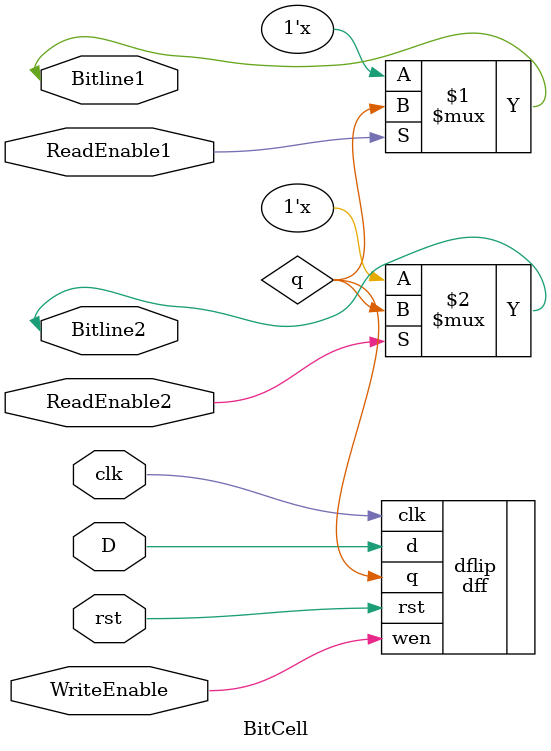
<source format=v>

module BitCell(clk, rst, D, WriteEnable, ReadEnable1, ReadEnable2, Bitline1, Bitline2);

input clk;
input rst;
input D;
input WriteEnable, ReadEnable1, ReadEnable2;
inout Bitline1, Bitline2;

wire q;

dff dflip(.q(q), .d(D), .wen(WriteEnable), .clk(clk), .rst(rst));

assign Bitline1 = (ReadEnable1) ? q : 1'bz;//(WriteEnable & ReadEnable1) ? D : (ReadEnable1) ? q : 1'bz;
assign Bitline2 = (ReadEnable2) ? q : 1'bz;//(WriteEnable & ReadEnable2) ? D : (ReadEnable2) ? q : 1'bz;

endmodule

</source>
